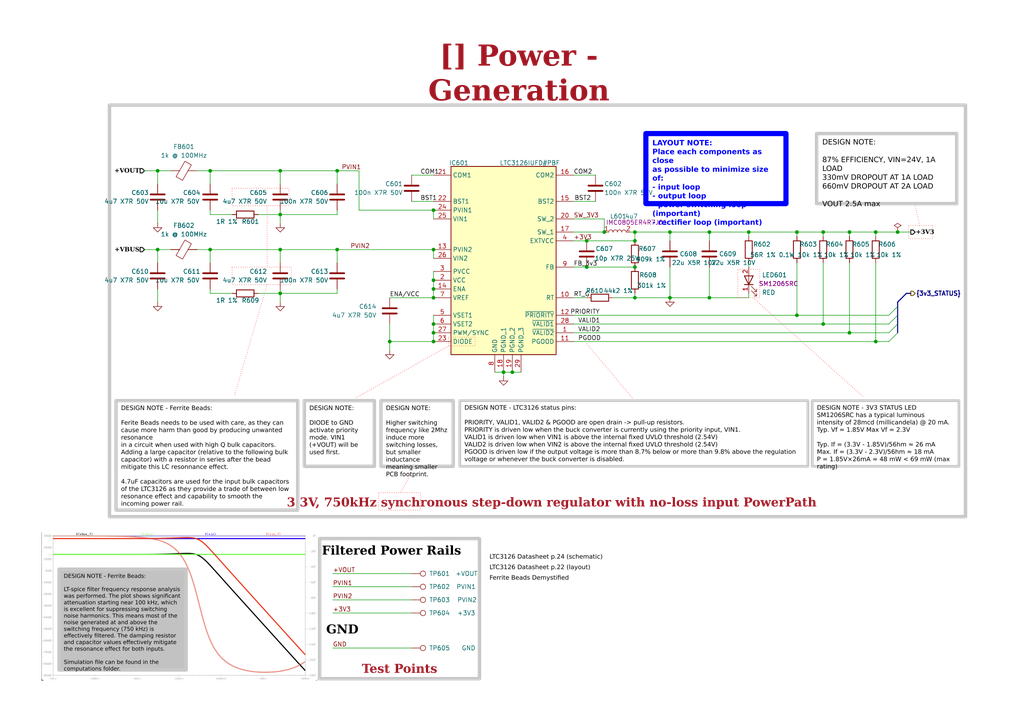
<source format=kicad_sch>
(kicad_sch (version 20250114) (generator "eeschema") (generator_version "9.0")
  (paper "A4")
  (title_block (title "Power - Generation") (date "Last Modified Date") (rev "${REVISION}") (company "${COMPANY}"))
  (lib_symbols
    (symbol "Charge_Manager_SYM:IMC0805ER4R7J01" (pin_names (hide yes))
      (property "Reference" "L" (at -0.508 6.858 0))
      (property "Value" "4u7" (at -1.27 5.08 0))
      (property "Manufacturer_Part_Number" "IMC0805ER4R7J01" (at -0.254 2.54 0))
      (symbol "IMC0805ER4R7J01_0_1"
        (arc (start -2.54 0) (mid -1.905 0.6323) (end -1.27 0))
        (arc (start -1.27 0) (mid -0.635 0.6323) (end 0 0))
        (arc (start 0 0) (mid 0.635 0.6323) (end 1.27 0))
        (arc (start 1.27 0) (mid 1.905 0.6323) (end 2.54 0))
      )
      (symbol "IMC0805ER4R7J01_1_1"
        (pin passive line (at -3.81 0 0) (length 1.27) (name "1") (number "1"))
        (pin passive line (at 3.81 0 180) (length 1.27) (name "2") (number "2"))
      )
    )
    (symbol "Charge_Manager_SYM:SM1206SRC" (pin_names (hide yes))
      (property "Reference" "LED601" (at 8.89 -3.81 90))
      (property "Value" "SM1206SRC" (at 6.35 -3.81 90))
      (symbol "SM1206SRC_0_1"
        (polyline (pts (xy -1.778 -0.762) (xy -3.302 -2.286) (xy -2.54 -2.286) (xy -3.302 -2.286) (xy -3.302 -1.524)))
        (polyline (pts (xy -0.508 -0.762) (xy -2.032 -2.286) (xy -1.27 -2.286) (xy -2.032 -2.286) (xy -2.032 -1.524)))
        (polyline (pts (xy 0 0) (xy 2.54 0)))
        (polyline (pts (xy 0 -1.27) (xy 0 1.27)) (stroke (width 0.254)))
        (polyline (pts (xy 2.54 -1.27) (xy 2.54 1.27) (xy 0 0) (xy 2.54 -1.27)) (stroke (width 0.254)))
      )
      (symbol "SM1206SRC_1_1"
        (pin passive line (at -2.54 0 0) (length 2.54) (name "K") (number "1"))
        (pin passive line (at 5.08 0 180) (length 2.54) (name "A") (number "2"))
      )
    )
    (symbol "Connector:TestPoint" (pin_numbers (hide yes)) (pin_names (offset 0.762) (hide yes))
      (property "Reference" "TP" (at 0 6.858 0))
      (property "Value" "TestPoint" (at 0 5.08 0))
      (symbol "TestPoint_0_1"
        (circle (center 0 3.302) (radius 0.762))
      )
      (symbol "TestPoint_1_1"
        (pin passive line (at 0 0 90) (length 2.54) (name "1") (number "1"))
      )
    )
    (symbol "Device:C" (pin_numbers (hide yes)) (pin_names (offset 0.254))
      (property "Reference" "C" (at 0.635 2.54 0))
      (property "Value" "C" (at 0.635 -2.54 0))
      (symbol "C_0_1"
        (polyline (pts (xy -2.032 0.762) (xy 2.032 0.762)) (stroke (width 0.508)))
        (polyline (pts (xy -2.032 -0.762) (xy 2.032 -0.762)) (stroke (width 0.508)))
      )
      (symbol "C_1_1"
        (pin passive line (at 0 3.81 270) (length 2.794) (name "~") (number "1"))
        (pin passive line (at 0 -3.81 90) (length 2.794) (name "~") (number "2"))
      )
    )
    (symbol "Device:FerriteBead" (pin_numbers (hide yes)) (pin_names (offset 0))
      (property "Reference" "FB" (at -3.81 0.635 90))
      (property "Value" "FerriteBead" (at 3.81 0 90))
      (symbol "FerriteBead_0_1"
        (polyline (pts (xy -2.7686 0.4064) (xy -1.7018 2.2606) (xy 2.7686 -0.3048) (xy 1.6764 -2.159) (xy -2.7686 0.4064)))
        (polyline (pts (xy 0 1.27) (xy 0 1.2954)))
        (polyline (pts (xy 0 -1.27) (xy 0 -1.2192)))
      )
      (symbol "FerriteBead_1_1"
        (pin passive line (at 0 3.81 270) (length 2.54) (name "~") (number "1"))
        (pin passive line (at 0 -3.81 90) (length 2.54) (name "~") (number "2"))
      )
    )
    (symbol "Device:R" (pin_numbers (hide yes)) (pin_names (offset 0))
      (property "Reference" "R" (at 2.032 0 90))
      (property "Value" "R" (at 0 0 90))
      (symbol "R_0_1"
        (rectangle (start -1.016 -2.54) (end 1.016 2.54) (stroke (width 0.254)))
      )
      (symbol "R_1_1"
        (pin passive line (at 0 3.81 270) (length 1.27) (name "~") (number "1"))
        (pin passive line (at 0 -3.81 90) (length 1.27) (name "~") (number "2"))
      )
    )
    (symbol "LTC3126EFE#TRPBF:LTC3126EFE#TRPBF"
      (property "Reference" "IC601" (at 7.366 9.906 0))
      (property "Value" "LTC3126IUFD#PBF" (at 27.94 9.906 0))
      (symbol "LTC3126EFE#TRPBF_1_1"
        (rectangle (start 5.08 8.89) (end 35.56 -45.72) (stroke (width 0.254)) (fill (type background)))
        (pin passive line (at 0 6.35 0) (length 5.08) (name "COM1") (number "21"))
        (pin passive line (at 0 -1.27 0) (length 5.08) (name "BST1") (number "22"))
        (pin passive line (at 0 -3.81 0) (length 5.08) (name "PVIN1") (number "24"))
        (pin passive line (at 0 -6.35 0) (length 5.08) (name "VIN1") (number "25"))
        (pin passive line (at 0 -15.24 0) (length 5.08) (name "PVIN2") (number "13"))
        (pin passive line (at 0 -17.78 0) (length 5.08) (name "VIN2") (number "26"))
        (pin passive line (at 0 -21.59 0) (length 5.08) (name "PVCC") (number "3"))
        (pin passive line (at 0 -24.13 0) (length 5.08) (name "VCC") (number "2"))
        (pin passive line (at 0 -26.67 0) (length 5.08) (name "ENA") (number "14"))
        (pin passive line (at 0 -29.21 0) (length 5.08) (name "VREF") (number "7"))
        (pin passive line (at 0 -34.29 0) (length 5.08) (name "VSET1") (number "5"))
        (pin passive line (at 0 -36.83 0) (length 5.08) (name "VSET2") (number "6"))
        (pin passive line (at 0 -39.37 0) (length 5.08) (name "PWM/SYNC") (number "27"))
        (pin passive line (at 0 -41.91 0) (length 5.08) (name "DIODE") (number "23"))
        (pin passive line (at 17.78 -50.8 90) (length 5.08) (name "GND") (number "8"))
        (pin passive line (at 20.32 -50.8 90) (length 5.08) (name "PGND_1") (number "18"))
        (pin passive line (at 22.86 -50.8 90) (length 5.08) (name "PGND_2") (number "19"))
        (pin passive line (at 25.4 -50.8 90) (length 5.08) (name "PGND_3") (number "29"))
        (pin passive line (at 40.64 6.35 180) (length 5.08) (name "COM2") (number "16"))
        (pin passive line (at 40.64 -1.27 180) (length 5.08) (name "BST2") (number "15"))
        (pin passive line (at 40.64 -6.35 180) (length 5.08) (name "SW_2") (number "20"))
        (pin passive line (at 40.64 -10.16 180) (length 5.08) (name "SW_1") (number "17"))
        (pin passive line (at 40.64 -12.7 180) (length 5.08) (name "EXTVCC") (number "4"))
        (pin passive line (at 40.64 -20.32 180) (length 5.08) (name "FB") (number "9"))
        (pin passive line (at 40.64 -29.21 180) (length 5.08) (name "RT") (number "10"))
        (pin passive line (at 40.64 -34.29 180) (length 5.08) (name "~{PRIORITY}") (number "12"))
        (pin passive line (at 40.64 -36.83 180) (length 5.08) (name "~{VALID1}") (number "28"))
        (pin passive line (at 40.64 -39.37 180) (length 5.08) (name "~{VALID2}") (number "1"))
        (pin passive line (at 40.64 -41.91 180) (length 5.08) (name "PGOOD") (number "11"))
      )
    )
    (symbol "power:GND" (power) (pin_numbers (hide yes)) (pin_names (offset 0) (hide yes))
      (property "Value" "GND" (at 0 -3.81 0))
      (symbol "GND_0_1"
        (polyline (pts (xy 0 0) (xy 0 -1.27) (xy 1.27 -1.27) (xy 0 -2.54) (xy -1.27 -1.27) (xy 0 -1.27)))
      )
      (symbol "GND_1_1"
        (pin power_in line (at 0 0 270) (length 0) (name "~") (number "1"))
      )
    )
    (symbol "power:PWR_FLAG" (power) (pin_numbers (hide yes)) (pin_names (offset 0) (hide yes))
      (property "Value" "PWR_FLAG" (at 0 3.81 0))
      (symbol "PWR_FLAG_0_0"
        (pin power_out line (at 0 0 90) (length 0) (name "~") (number "1"))
      )
      (symbol "PWR_FLAG_0_1"
        (polyline (pts (xy 0 0) (xy 0 1.27) (xy -1.016 1.905) (xy 0 2.54) (xy 1.016 1.905) (xy 0 1.27)))
      )
    )
  )
  (rectangle (start 67.31 77.47) (end 84.455 82.55) (stroke (width 0) (type dot) (color 255 0 0 1)))
  (rectangle (start 67.31 54.61) (end 83.82 59.69) (stroke (width 0) (type dot) (color 255 0 0 1)))
  (rectangle (start 263.525 65.405) (end 270.51 69.215) (stroke (width 0) (type dot) (color 255 0 0 1)))
  (rectangle (start 213.995 78.105) (end 220.345 86.36) (stroke (width 0) (type dot) (color 255 0 0 1)))
  (rectangle (start 92.71 156.21) (end 139.065 196.85) (stroke (width 1) (color 200 200 200 1)))
  (rectangle (start 130.175 97.79) (end 137.795 100.33) (stroke (width 0) (type dot) (color 255 0 0 1)))
  (rectangle (start 31.75 30.48) (end 280.035 149.86) (stroke (width 1) (color 200 200 200 1)))
  (rectangle (start 109.855 142.875) (end 121.92 147.955) (stroke (width 0) (type dot) (color 255 0 0 1)))
  (text "LTC3126 Datasheet p.22 (layout)" (at 141.986 165.862 0) (effects (font (size 1.27 1.27)) (justify left bottom)))
  (text "LTC3126 Datasheet p.24 (schematic)" (at 141.986 162.814 0) (effects (font (size 1.27 1.27)) (justify left bottom)))
  (text "Ferrite Beads Demystified" (at 141.986 168.91 0) (effects (font (size 1.27 1.27)) (justify left bottom)))
  (text_box "DESIGN NOTE:\n\nHigher switching frequency like 2Mhz induce more switching losses, but smaller inductance meaning smaller PCB footprint." (at 110.49 116.205 0) (size 20.955 19.05) (margins 1.4525 1.4525 1.4525 1.4525) (stroke (width 1) (color 200 200 200 1)) (effects (font (size 1.27 1.27)) (justify left top)))
  (text_box "Test Points" (at 92.075 187.96 0) (size 47.625 9.525) (margins 1.9049 1.9049 1.9049 1.9049) (stroke (width -0.0001)) (effects (font (size 2.54 2.54) (thickness 0.508) (bold yes)) (justify bottom)))
  (text_box "LAYOUT NOTE:\nPlace each components as close \nas possible to minimize size of: \n- input loop\n- output loop\n- power switching loop (important)\n- rectifier loop (important)" (at 187.325 38.735 0) (size 40.64 20.32) (margins 1.893 1.893 1.893 1.893) (stroke (width 1.5) (color 0 0 255 1)) (effects (font (size 1.524 1.524) (thickness 0.4) (bold yes)) (justify left top)))
  (text_box "GND" (at 92.71 177.8 0) (size 64.77 8.255) (margins 1.9049 1.9049 1.9049 1.9049) (stroke (width -0.0001)) (effects (font (size 2.54 2.54) (thickness 0.508) (bold yes)) (justify left bottom)))
  (text_box "Filtered Power Rails" (at 91.44 153.67 0) (size 64.77 9.525) (margins 1.9049 1.9049 1.9049 1.9049) (stroke (width -0.0001)) (effects (font (size 2.54 2.54) (thickness 0.508) (bold yes)) (justify left bottom)))
  (text_box "DESIGN NOTE - 3V3 STATUS LED\nSM1206SRC has a typical luminous \nintensity of 28mcd (millicandela) @ 20 mA.\nTyp. Vf = 1.85V Max Vf = 2.3V\n\nTyp. If = (3.3V - 1.85V)/56hm ≈ 26 mA\nMax. If = (3.3V - 2.3V)/56hm ≈ 18 mA\nP = 1.85V×26mA ≈ 48 mW < 69 mW (max rating)" (at 235.585 116.205 0) (size 42.545 19.05) (margins 1.3525 1.3525 1.3525 1.3525) (stroke (width 0.8) (color 200 200 200 1)) (effects (font (size 1.27 1.27)) (justify left top)))
  (text_box "[${#}] ${TITLE}" (at 100.965 15.24 0) (size 99.06 12.7) (margins 4.4999 4.4999 4.4999 4.4999) (stroke (width -0.0001)) (effects (font (size 6 6) (thickness 1.2) (bold yes))))
  (text_box "DESIGN NOTE - LTC3126 status pins:\n\nPRIORITY, VALID1, VALID2 & PGOOD are open drain -> pull-up resistors.\nPRIORITY is driven low when the buck converter is currently using the priority input, VIN1.\nVALID1 is driven low when VIN1 is above the internal fixed UVLO threshold (2.54V)\nVALID2 is driven low when VIN2 is above the internal fixed UVLO threshold (2.54V)\nPGOOD is driven low if the output voltage is more than 8.7% below or more than 9.8% above the regulation voltage or whenever the buck converter is disabled." (at 133.35 116.205 0) (size 100.965 19.05) (margins 1.3462 1.3462 1.3462 1.3462) (stroke (width 0.7874) (color 200 200 200 1)) (effects (font (size 1.27 1.27)) (justify left top)))
  (text_box "DESIGN NOTE:\n\nDIODE to GND activate priority mode. VIN1 (+VOUT) will be used first." (at 88.265 116.205 0) (size 20.32 19.05) (margins 1.4525 1.4525 1.4525 1.4525) (stroke (width 1) (color 200 200 200 1)) (effects (font (size 1.27 1.27)) (justify left top)))
  (text_box "3.3V, 750kHz synchronous step-down regulator with no-loss input PowerPath" (at 40.005 141.605 0) (size 240.03 7.62) (margins 1.9049 1.9049 1.9049 1.9049) (stroke (width -0.0001)) (effects (font (size 2.54 2.54) (thickness 0.508) (bold yes)) (justify bottom)))
  (text_box "DESIGN NOTE - Ferrite Beads: \n\nFerite Beads needs to be used with care, as they can cause more harm than good by producing unwanted resonance\nin a circuit when used with high Q bulk capacitors. Adding a large capacitor (relative to the following bulk capacitor) with a resistor in series after the bead mitigate this LC resonnance effect. \n\n4.7uF capacitors are used for the input bulk capacitors of the LTC3126 as they provide a trade of between low resonance effect and capability to smooth the incoming power rail." (at 33.655 116.205 0) (size 52.705 31.75) (margins 1.4525 1.4525 1.4525 1.4525) (stroke (width 1) (color 200 200 200 1)) (effects (font (size 1.27 1.27)) (justify left top)))
  (text_box "DESIGN NOTE:\n\n87% EFFICIENCY, VIN=24V, 1A LOAD\n330mV DROPOUT AT 1A LOAD\n660mV DROPOUT AT 2A LOAD\n\nVOUT 2.5A max" (at 236.855 38.735 0) (size 40.64 20.32) (margins 1.643 1.643 1.643 1.643) (stroke (width 1) (color 200 200 200 1)) (effects (font (size 1.524 1.524)) (justify left top)))
  (text_box "DESIGN NOTE - Ferrite Beads: \n\nLT-spice filter frequency response analysis was performed. The plot shows significant attenuation starting near 100 kHz, which is excellent for suppressing switching noise harmonics. This means most of the noise generated at and above the switching frequency (750 kHz) is effectively filtered. The damping resistor and capacitor values effectively mitigate the resonance effect for both inputs.\n\nSimulation file can be found in the computations folder." (at 17.145 165.1 0) (size 36.83 29.21) (margins 1.3573 1.3573 1.3573 1.3573) (stroke (width 1) (color 200 200 200 1)) (fill (type color) (color 194 194 194 1)) (effects (font (size 1.143 1.143)) (justify left top)))
  (junction (at 194.31 67.31))
  (junction (at 184.15 67.31))
  (junction (at 254 99.06))
  (junction (at 113.03 99.06))
  (junction (at 60.96 72.39))
  (junction (at 81.28 49.53))
  (junction (at 125.73 83.82))
  (junction (at 231.14 67.31))
  (junction (at 175.26 67.31))
  (junction (at 81.28 72.39))
  (junction (at 125.73 86.36))
  (junction (at 231.14 91.44))
  (junction (at 170.18 77.47))
  (junction (at 184.15 86.36))
  (junction (at 125.73 96.52))
  (junction (at 97.79 49.53))
  (junction (at 254 67.31))
  (junction (at 125.73 81.28))
  (junction (at 217.17 67.31))
  (junction (at 205.74 86.36))
  (junction (at 246.38 96.52))
  (junction (at 81.28 85.09))
  (junction (at 260.35 67.31))
  (junction (at 60.96 49.53))
  (junction (at 148.59 107.95))
  (junction (at 184.15 69.85))
  (junction (at 146.05 107.95))
  (junction (at 170.18 69.85))
  (junction (at 97.79 72.39))
  (junction (at 184.15 77.47))
  (junction (at 125.73 99.06))
  (junction (at 205.74 67.31))
  (junction (at 125.73 60.96))
  (junction (at 238.76 93.98))
  (junction (at 45.72 72.39))
  (junction (at 81.28 62.23))
  (junction (at 194.31 86.36))
  (junction (at 246.38 67.31))
  (junction (at 238.76 67.31))
  (junction (at 125.73 72.39))
  (junction (at 125.73 93.98))
  (junction (at 45.72 49.53))
  (bus_entry (at 260.35 91.44) (size -2.54 2.54))
  (bus_entry (at 260.35 93.98) (size -2.54 2.54))
  (bus_entry (at 260.35 96.52) (size -2.54 2.54))
  (bus_entry (at 260.35 88.9) (size -2.54 2.54))
  (wire (pts (xy 184.15 67.31) (xy 184.15 69.85)))
  (wire (pts (xy 60.96 60.96) (xy 60.96 62.23)))
  (wire (pts (xy 97.79 49.53) (xy 104.14 49.53)))
  (wire (pts (xy 246.38 96.52) (xy 257.81 96.52)))
  (wire (pts (xy 45.72 60.96) (xy 45.72 64.77)))
  (wire (pts (xy 217.17 68.58) (xy 217.17 67.31)))
  (wire (pts (xy 81.28 83.82) (xy 81.28 85.09)))
  (wire (pts (xy 97.79 72.39) (xy 97.79 76.2)))
  (wire (pts (xy 166.37 58.42) (xy 172.72 58.42)))
  (wire (pts (xy 146.05 107.95) (xy 146.05 109.22)))
  (wire (pts (xy 96.52 173.99) (xy 119.38 173.99)))
  (wire (pts (xy 146.05 107.95) (xy 148.59 107.95)))
  (wire (pts (xy 217.17 85.09) (xy 217.17 86.36)))
  (wire (pts (xy 97.79 49.53) (xy 97.79 53.34)))
  (wire (pts (xy 60.96 85.09) (xy 67.31 85.09)))
  (wire (pts (xy 217.17 67.31) (xy 231.14 67.31)))
  (wire (pts (xy 166.37 63.5) (xy 175.26 63.5)))
  (wire (pts (xy 119.38 58.42) (xy 125.73 58.42)))
  (wire (pts (xy 231.14 91.44) (xy 257.81 91.44)))
  (wire (pts (xy 172.72 50.8) (xy 166.37 50.8)))
  (wire (pts (xy 96.52 170.18) (xy 119.38 170.18)))
  (wire (pts (xy 125.73 78.74) (xy 125.73 81.28)))
  (wire (pts (xy 125.73 60.96) (xy 125.73 63.5)))
  (wire (pts (xy 166.37 91.44) (xy 231.14 91.44)))
  (polyline (pts (xy 130.175 100.33) (xy 102.87 115.57)) (stroke (width 0) (type dot) (color 255 0 0 1)))
  (wire (pts (xy 246.38 67.31) (xy 254 67.31)))
  (wire (pts (xy 81.28 76.2) (xy 81.28 72.39)))
  (bus (pts (xy 262.89 85.09) (xy 264.16 85.09)))
  (wire (pts (xy 81.28 62.23) (xy 97.79 62.23)))
  (wire (pts (xy 104.14 60.96) (xy 125.73 60.96)))
  (wire (pts (xy 184.15 85.09) (xy 184.15 86.36)))
  (wire (pts (xy 205.74 77.47) (xy 205.74 86.36)))
  (wire (pts (xy 41.91 72.39) (xy 45.72 72.39)))
  (wire (pts (xy 96.52 187.96) (xy 119.38 187.96)))
  (wire (pts (xy 254 67.31) (xy 254 68.58)))
  (polyline (pts (xy 77.47 59.69) (xy 77.47 77.47)) (stroke (width 0) (type dot) (color 255 0 0 1)))
  (wire (pts (xy 238.76 68.58) (xy 238.76 67.31)))
  (wire (pts (xy 231.14 76.2) (xy 231.14 91.44)))
  (wire (pts (xy 246.38 76.2) (xy 246.38 96.52)))
  (wire (pts (xy 45.72 49.53) (xy 49.53 49.53)))
  (wire (pts (xy 125.73 83.82) (xy 125.73 86.36)))
  (wire (pts (xy 254 99.06) (xy 257.81 99.06)))
  (wire (pts (xy 125.73 91.44) (xy 125.73 93.98)))
  (wire (pts (xy 184.15 67.31) (xy 194.31 67.31)))
  (wire (pts (xy 170.18 77.47) (xy 184.15 77.47)))
  (wire (pts (xy 182.88 67.31) (xy 184.15 67.31)))
  (wire (pts (xy 45.72 49.53) (xy 45.72 53.34)))
  (wire (pts (xy 96.52 177.8) (xy 119.38 177.8)))
  (wire (pts (xy 119.38 50.8) (xy 125.73 50.8)))
  (wire (pts (xy 74.93 85.09) (xy 81.28 85.09)))
  (wire (pts (xy 205.74 67.31) (xy 205.74 69.85)))
  (wire (pts (xy 125.73 81.28) (xy 125.73 83.82)))
  (wire (pts (xy 45.72 72.39) (xy 45.72 76.2)))
  (wire (pts (xy 194.31 67.31) (xy 194.31 69.85)))
  (wire (pts (xy 166.37 99.06) (xy 254 99.06)))
  (wire (pts (xy 238.76 93.98) (xy 257.81 93.98)))
  (wire (pts (xy 170.18 86.36) (xy 166.37 86.36)))
  (wire (pts (xy 81.28 62.23) (xy 81.28 64.77)))
  (wire (pts (xy 260.35 67.31) (xy 264.16 67.31)))
  (wire (pts (xy 81.28 49.53) (xy 97.79 49.53)))
  (bus (pts (xy 260.35 88.9) (xy 260.35 87.63)))
  (wire (pts (xy 45.72 83.82) (xy 45.72 87.63)))
  (wire (pts (xy 60.96 72.39) (xy 81.28 72.39)))
  (polyline (pts (xy 120.015 135.89) (xy 116.205 142.875)) (stroke (width 0) (type dot) (color 255 0 0 1)))
  (wire (pts (xy 177.8 86.36) (xy 184.15 86.36)))
  (polyline (pts (xy 250.19 114.935) (xy 218.44 86.36)) (stroke (width 0) (type dot) (color 255 0 0 1)))
  (wire (pts (xy 96.52 166.37) (xy 119.38 166.37)))
  (bus (pts (xy 260.35 87.63) (xy 262.89 85.09)))
  (wire (pts (xy 81.28 85.09) (xy 81.28 87.63)))
  (bus (pts (xy 260.35 88.9) (xy 260.35 91.44)))
  (wire (pts (xy 148.59 107.95) (xy 151.13 107.95)))
  (wire (pts (xy 81.28 85.09) (xy 97.79 85.09)))
  (wire (pts (xy 170.18 69.85) (xy 184.15 69.85)))
  (wire (pts (xy 166.37 69.85) (xy 170.18 69.85)))
  (wire (pts (xy 166.37 77.47) (xy 170.18 77.47)))
  (wire (pts (xy 57.15 72.39) (xy 60.96 72.39)))
  (wire (pts (xy 194.31 67.31) (xy 205.74 67.31)))
  (polyline (pts (xy 170.18 99.695) (xy 183.515 115.57)) (stroke (width 0) (type dot) (color 255 0 0 1)))
  (wire (pts (xy 104.14 49.53) (xy 104.14 60.96)))
  (wire (pts (xy 166.37 96.52) (xy 246.38 96.52)))
  (wire (pts (xy 238.76 67.31) (xy 246.38 67.31)))
  (wire (pts (xy 97.79 62.23) (xy 97.79 60.96)))
  (wire (pts (xy 143.51 107.95) (xy 146.05 107.95)))
  (wire (pts (xy 166.37 93.98) (xy 238.76 93.98)))
  (wire (pts (xy 205.74 86.36) (xy 217.17 86.36)))
  (wire (pts (xy 205.74 67.31) (xy 217.17 67.31)))
  (wire (pts (xy 60.96 62.23) (xy 67.31 62.23)))
  (wire (pts (xy 81.28 53.34) (xy 81.28 49.53)))
  (wire (pts (xy 57.15 49.53) (xy 60.96 49.53)))
  (wire (pts (xy 231.14 67.31) (xy 231.14 68.58)))
  (wire (pts (xy 231.14 67.31) (xy 238.76 67.31)))
  (wire (pts (xy 81.28 60.96) (xy 81.28 62.23)))
  (wire (pts (xy 60.96 49.53) (xy 81.28 49.53)))
  (wire (pts (xy 97.79 85.09) (xy 97.79 83.82)))
  (wire (pts (xy 125.73 96.52) (xy 125.73 99.06)))
  (wire (pts (xy 60.96 72.39) (xy 60.96 76.2)))
  (polyline (pts (xy 266.7 65.405) (xy 265.43 59.69)) (stroke (width 0) (type dot) (color 255 0 0 1)))
  (wire (pts (xy 113.03 101.6) (xy 113.03 99.06)))
  (wire (pts (xy 113.03 99.06) (xy 113.03 93.98)))
  (wire (pts (xy 184.15 86.36) (xy 194.31 86.36)))
  (wire (pts (xy 194.31 86.36) (xy 205.74 86.36)))
  (wire (pts (xy 60.96 49.53) (xy 60.96 53.34)))
  (wire (pts (xy 217.17 76.2) (xy 217.17 77.47)))
  (wire (pts (xy 125.73 93.98) (xy 125.73 96.52)))
  (wire (pts (xy 113.03 99.06) (xy 125.73 99.06)))
  (wire (pts (xy 74.93 62.23) (xy 81.28 62.23)))
  (wire (pts (xy 166.37 67.31) (xy 175.26 67.31)))
  (wire (pts (xy 254 76.2) (xy 254 99.06)))
  (wire (pts (xy 60.96 83.82) (xy 60.96 85.09)))
  (wire (pts (xy 238.76 76.2) (xy 238.76 93.98)))
  (bus (pts (xy 260.35 91.44) (xy 260.35 93.98)))
  (wire (pts (xy 41.91 49.53) (xy 45.72 49.53)))
  (bus (pts (xy 260.35 93.98) (xy 260.35 96.52)))
  (wire (pts (xy 125.73 72.39) (xy 125.73 74.93)))
  (wire (pts (xy 97.79 72.39) (xy 125.73 72.39)))
  (wire (pts (xy 175.26 63.5) (xy 175.26 67.31)))
  (wire (pts (xy 246.38 67.31) (xy 246.38 68.58)))
  (wire (pts (xy 81.28 72.39) (xy 97.79 72.39)))
  (wire (pts (xy 113.03 86.36) (xy 125.73 86.36)))
  (polyline (pts (xy 77.47 82.55) (xy 67.945 114.935)) (stroke (width 0) (type dot) (color 255 0 0 1)))
  (wire (pts (xy 194.31 86.36) (xy 194.31 77.47)))
  (wire (pts (xy 45.72 72.39) (xy 49.53 72.39)))
  (wire (pts (xy 254 67.31) (xy 260.35 67.31)))
  (image (at 52.07 175.895) (scale 0.180429))
  (label "SW_3V3" (at 166.37 63.5 0) (property "Netclass" "Power 3V3" (effects (hide yes))))
  (label "BST2" (at 171.45 58.42 180))
  (label "BST1" (at 121.92 58.42 0))
  (label "ENA{slash}VCC" (at 113.03 86.36 0))
  (label "VALID1" (at 167.64 93.98 0))
  (label "PVIN2" (at 96.52 173.99 0))
  (label "RT_G" (at 166.37 86.36 0))
  (label "COM2" (at 166.37 50.8 0))
  (label "VALID2" (at 167.64 96.52 0))
  (label "PVIN1" (at 99.06 49.53 0) (property "Netclass" "Power Out" (effects (hide yes))))
  (label "PRIORITY" (at 173.99 91.44 180))
  (label "PVIN1" (at 96.52 170.18 0))
  (label "PGOOD" (at 167.64 99.06 0))
  (label "COM1" (at 121.92 50.8 0))
  (label "FB_3v3" (at 166.37 77.47 0))
  (label "+3V3" (at 166.37 69.85 0) (property "Netclass" "Power 3V3" (effects (hide yes))))
  (label "GND" (at 96.52 187.96 0) (property "Netclass" "GND" (effects (hide yes))))
  (label "+3V3" (at 96.52 177.8 0))
  (label "PVIN2" (at 101.6 72.39 0) (property "Netclass" "Power USB" (effects (hide yes))))
  (label "+VOUT" (at 96.52 166.37 0))
  (hierarchical_label "{3v3_STATUS}" (shape output) (at 264.16 85.09 0) (effects (font (thickness 0.254) (bold yes))))
  (hierarchical_label "+3V3" (shape output) (at 264.16 67.31 0) (effects (font (thickness 0.254) (bold yes))) (property "Netclass" "Power 3V3" (effects (hide yes))))
  (hierarchical_label "+VBUS" (shape input) (at 41.91 72.39 180) (effects (font (thickness 0.254) (bold yes))) (property "Netclass" "Power USB" (effects (hide yes))))
  (hierarchical_label "+VOUT" (shape input) (at 41.91 49.53 180) (effects (font (thickness 0.254) (bold yes))) (property "Netclass" "Power Out" (effects (hide yes))))
  (symbol (lib_id "power:GND") (at 194.31 86.36 0) (unit 1)
    (property "Reference" "#PWR0603" (effects (hide yes)))
    (property "Value" "GND" (effects (hide yes)))
    (property "Description" "Power symbol creates a global label with name \"GND\" , ground" (effects (hide yes)))
  )
  (symbol (lib_id "Device:R") (at 184.15 81.28 0) (unit 1)
    (property "Reference" "R608" (at 187.96 79.756 0))
    (property "Value" "301k 1%" (at 188.976 82.804 0))
    (property "Footprint" "Resistor_SMD:R_0603_1608Metric" (effects (hide yes)))
    (property "Datasheet" "https://www.mouser.ch/datasheet/2/315/AOA0000C304-1149620.pdf" (effects (hide yes)))
    (property "Description" "Resistor" (effects (hide yes)))
    (property "Manufacturer Part Number" "ERJ-3EKF3013V" (effects (hide yes)))
    (property "Supplier" "Mouser Electronics" (effects (hide yes)))
    (property "Manufacturer" "Panasonic" (effects (hide yes)))
    (property "Supplier Part Number" "667-ERJ-3EKF3013V" (effects (hide yes)))
  )
  (symbol (lib_id "Device:C") (at 119.38 54.61 0) (mirror y) (unit 1)
    (property "Reference" "C601" (at 116.84 53.34 0) (effects (justify left)))
    (property "Value" "100n X7R 50V" (at 116.84 55.88 0) (effects (justify left)))
    (property "Footprint" "Capacitor_SMD:C_0402_1005Metric" (effects (hide yes)))
    (property "Datasheet" "https://www.mouser.ch/datasheet/2/396/taiyo_yuden_12132018_mlcc11_hq_e-1510082.pdf" (effects (hide yes)))
    (property "Description" "Unpolarized capacitor" (effects (hide yes)))
    (property "Manufacturer Part Number" "UMK105B7104KVHF" (effects (hide yes)))
    (property "Supplier" "Mouser Electronics" (effects (hide yes)))
    (property "Manufacturer" "TAIYO YUDEN" (effects (hide yes)))
    (property "Supplier Part Number" "963-UMK105B7104KVHF" (effects (hide yes)))
  )
  (symbol (lib_id "Device:R") (at 238.76 72.39 0) (unit 1)
    (property "Reference" "R604" (at 242.062 70.866 0))
    (property "Value" "10k 1%" (at 242.57 73.914 0))
    (property "Footprint" "Resistor_SMD:R_0402_1005Metric" (effects (hide yes)))
    (property "Datasheet" "https://www.koaspeer.com/pdfs/SG73P.pdf" (effects (hide yes)))
    (property "Description" "Resistor" (effects (hide yes)))
    (property "Manufacturer Part Number" "SG73P1EWTTP1002F" (effects (hide yes)))
    (property "Supplier" "Mouser Electronics" (effects (hide yes)))
    (property "Manufacturer" "KOA Speer" (effects (hide yes)))
    (property "Supplier Part Number" "660-SG73P1EWTTP1002F" (effects (hide yes)))
  )
  (symbol (lib_id "Device:C") (at 170.18 73.66 0) (mirror x) (unit 1)
    (property "Reference" "C607" (at 172.72 72.136 0) (effects (justify left)))
    (property "Value" "10p X7R 25V" (at 172.466 74.93 0) (effects (justify left)))
    (property "Footprint" "Capacitor_SMD:C_0402_1005Metric" (effects (hide yes)))
    (property "Datasheet" "https://www.mouser.ch/datasheet/2/40/U_Series-2942365.pdf" (effects (hide yes)))
    (property "Description" "Unpolarized capacitor" (effects (hide yes)))
    (property "Manufacturer Part Number" "04025U100BAT2A" (effects (hide yes)))
    (property "Supplier" "Mouser Electronics" (effects (hide yes)))
    (property "Manufacturer" "KYOCERA AVX" (effects (hide yes)))
    (property "Supplier Part Number" "581-04025U100BAT2A" (effects (hide yes)))
  )
  (symbol (lib_id "power:GND") (at 146.05 109.22 0) (unit 1)
    (property "Reference" "#PWR0607" (effects (hide yes)))
    (property "Value" "GND" (effects (hide yes)))
    (property "Description" "Power symbol creates a global label with name \"GND\" , ground" (effects (hide yes)))
  )
  (symbol (lib_id "power:GND") (at 45.72 64.77 0) (unit 1)
    (property "Reference" "#PWR0601" (effects (hide yes)))
    (property "Value" "GND" (effects (hide yes)))
    (property "Description" "Power symbol creates a global label with name \"GND\" , ground" (effects (hide yes)))
  )
  (symbol (lib_id "Device:R") (at 71.12 62.23 270) (unit 1)
    (property "Reference" "R601" (at 72.644 64.262 90))
    (property "Value" "1R 1%" (at 65.786 64.262 90))
    (property "Footprint" "Resistor_SMD:R_0402_1005Metric" (effects (hide yes)))
    (property "Datasheet" "https://www.koaspeer.com/pdfs/RK73H.pdf" (effects (hide yes)))
    (property "Description" "Resistor" (effects (hide yes)))
    (property "Manufacturer Part Number" "RK73H1ETTP1R00F" (effects (hide yes)))
    (property "Supplier" "Mouser Electronics" (effects (hide yes)))
    (property "Manufacturer" "KOA Speer" (effects (hide yes)))
    (property "Supplier Part Number" "660-RK73H1ETTP1R00F" (effects (hide yes)))
  )
  (symbol (lib_id "Device:FerriteBead") (at 53.34 72.39 90) (unit 1)
    (property "Reference" "FB602" (at 53.34 65.405 90))
    (property "Value" "1k @ 100MHz" (at 53.34 67.945 90))
    (property "Footprint" "Charge_Manager_FP:742792096" (effects (hide yes)))
    (property "Datasheet" "https://www.we-online.com/katalog/datasheet/742792096.pdf" (effects (hide yes)))
    (property "Description" "1 kOhms @ 100 MHz 1 Signal Line Ferrite Bead 0805 (2012 Metric) 1A 300mOhm" (effects (hide yes)))
    (property "Manufacturer Part Number" "742792096" (effects (hide yes)))
    (property "Manufacturer" "Würth Elektronik" (effects (hide yes)))
    (property "Supplier" "Mouser Electronics" (effects (hide yes)))
    (property "Supplier Part Number" "710-742792096" (effects (hide yes)))
  )
  (symbol (lib_id "power:GND") (at 81.28 87.63 0) (unit 1)
    (property "Reference" "#PWR0605" (effects (hide yes)))
    (property "Value" "GND" (effects (hide yes)))
    (property "Description" "Power symbol creates a global label with name \"GND\" , ground" (effects (hide yes)))
  )
  (symbol (lib_id "LTC3126EFE#TRPBF:LTC3126EFE#TRPBF") (at 125.73 57.15 0) (unit 1)
    (property "Reference" "IC601" (at 133.096 47.244 0))
    (property "Value" "LTC3126IUFD#PBF" (at 153.67 47.244 0))
    (property "Footprint" "Charge_Manager_FP:LTC3126EUFD" (effects (hide yes)))
    (property "Datasheet" "https://www.mouser.fr/datasheet/2/609/3126f-2954520.pdf" (effects (hide yes)))
    (property "Description" "Switching Voltage Regulators 42V, 2.5A Synchronous Step-Down Regulator with Lossless PowerPath" (effects (hide yes)))
    (property "Manufacturer Part Number" "LTC3126IUFD#PBF" (effects (hide yes)))
    (property "Manufacturer" "Analog Devices" (effects (hide yes)))
    (property "Supplier Part Number" "584-LTC3126IUFD#PBF" (effects (hide yes)))
    (property "Supplier" "Mouser Electronics" (effects (hide yes)))
  )
  (symbol (lib_id "Device:R") (at 217.17 72.39 0) (unit 1)
    (property "Reference" "R602" (at 220.98 70.866 0))
    (property "Value" "56R 1% 0.1W" (at 224.028 73.914 0))
    (property "Footprint" "Resistor_SMD:R_0402_1005Metric" (effects (hide yes)))
    (property "Datasheet" "https://industrial.panasonic.com/cdbs/www-data/pdf/RDA0000/AOA0000C304.pdf" (effects (hide yes)))
    (property "Description" "Resistor" (effects (hide yes)))
    (property "Manufacturer Part Number" "ERJ-2RKF56R0X" (effects (hide yes)))
    (property "Supplier" "Mouser Electronics" (effects (hide yes)))
    (property "Manufacturer" "Panasonic" (effects (hide yes)))
    (property "Supplier Part Number" "667-ERJ-2RKF56R0X" (effects (hide yes)))
  )
  (symbol (lib_id "Device:C") (at 194.31 73.66 0) (mirror x) (unit 1)
    (property "Reference" "C608" (at 197.104 73.66 0) (effects (justify left)))
    (property "Value" "22u X5R 10V" (at 194.818 76.2 0) (effects (justify left)))
    (property "Footprint" "Capacitor_SMD:C_0603_1608Metric" (effects (hide yes)))
    (property "Datasheet" "https://www.mouser.ch/datasheet/2/281/1/GRT188R61A226ME13_01A-3158190.pdf" (effects (hide yes)))
    (property "Description" "Unpolarized capacitor" (effects (hide yes)))
    (property "Manufacturer Part Number" "GRT188R61A226ME13D" (effects (hide yes)))
    (property "Supplier" "Mouser Electronics" (effects (hide yes)))
    (property "Manufacturer" "Murata Electronics" (effects (hide yes)))
    (property "Supplier Part Number" "81-GRT188R61A226ME13" (effects (hide yes)))
  )
  (symbol (lib_id "Connector:TestPoint") (at 119.38 187.96 270) (mirror x) (unit 1) (in_bom no)
    (property "Reference" "TP605" (at 124.46 187.96 90) (effects (justify left)))
    (property "Value" "GND" (at 133.858 187.96 90) (effects (justify left)))
    (property "Footprint" "Charge_Manager_FP:TestPoint_Pad_D0.5mm_Front" (effects (hide yes)))
    (property "Description" "test point" (effects (hide yes)))
  )
  (symbol (lib_id "Device:C") (at 172.72 54.61 0) (unit 1)
    (property "Reference" "C602" (at 175.26 53.34 0) (effects (justify left)))
    (property "Value" "100n X7R 50V" (at 175.26 55.88 0) (effects (justify left)))
    (property "Footprint" "Capacitor_SMD:C_0402_1005Metric" (effects (hide yes)))
    (property "Datasheet" "https://www.mouser.ch/datasheet/2/396/taiyo_yuden_12132018_mlcc11_hq_e-1510082.pdf" (effects (hide yes)))
    (property "Description" "Unpolarized capacitor" (effects (hide yes)))
    (property "Manufacturer Part Number" "UMK105B7104KVHF" (effects (hide yes)))
    (property "Supplier" "Mouser Electronics" (effects (hide yes)))
    (property "Manufacturer" "TAIYO YUDEN" (effects (hide yes)))
    (property "Supplier Part Number" "963-UMK105B7104KVHF" (effects (hide yes)))
  )
  (symbol (lib_id "Device:R") (at 71.12 85.09 270) (unit 1)
    (property "Reference" "R609" (at 72.644 87.122 90))
    (property "Value" "1R 1%" (at 65.786 87.122 90))
    (property "Footprint" "Resistor_SMD:R_0402_1005Metric" (effects (hide yes)))
    (property "Datasheet" "https://www.koaspeer.com/pdfs/RK73H.pdf" (effects (hide yes)))
    (property "Description" "Resistor" (effects (hide yes)))
    (property "Manufacturer Part Number" "RK73H1ETTP1R00F" (effects (hide yes)))
    (property "Supplier" "Mouser Electronics" (effects (hide yes)))
    (property "Manufacturer" "KOA Speer" (effects (hide yes)))
    (property "Supplier Part Number" "660-RK73H1ETTP1R00F" (effects (hide yes)))
  )
  (symbol (lib_id "Device:C") (at 113.03 90.17 0) (mirror y) (unit 1)
    (property "Reference" "C614" (at 109.22 88.9 0) (effects (justify left)))
    (property "Value" "4u7 X7R 50V" (at 109.22 91.44 0) (effects (justify left)))
    (property "Footprint" "Capacitor_SMD:C_0805_2012Metric" (effects (hide yes)))
    (property "Datasheet" "https://product.tdk.com/system/files/dam/doc/product/capacitor/ceramic/mlcc/catalog/mlcc_automotive_general_en.pdf" (effects (hide yes)))
    (property "Description" "Unpolarized capacitor" (effects (hide yes)))
    (property "Manufacturer Part Number" "CGA4J1X7R1H475K125AC" (effects (hide yes)))
    (property "Supplier" "Mouser Electronics" (effects (hide yes)))
    (property "Manufacturer" "TDK" (effects (hide yes)))
    (property "Supplier Part Number" "810-CGA4J1X7R1H475K1" (effects (hide yes)))
  )
  (symbol (lib_id "Device:R") (at 231.14 72.39 0) (unit 1)
    (property "Reference" "R603" (at 234.442 70.866 0))
    (property "Value" "10k 1%" (at 234.95 73.914 0))
    (property "Footprint" "Resistor_SMD:R_0402_1005Metric" (effects (hide yes)))
    (property "Datasheet" "https://www.koaspeer.com/pdfs/SG73P.pdf" (effects (hide yes)))
    (property "Description" "Resistor" (effects (hide yes)))
    (property "Manufacturer Part Number" "SG73P1EWTTP1002F" (effects (hide yes)))
    (property "Supplier" "Mouser Electronics" (effects (hide yes)))
    (property "Manufacturer" "KOA Speer" (effects (hide yes)))
    (property "Supplier Part Number" "660-SG73P1EWTTP1002F" (effects (hide yes)))
  )
  (symbol (lib_id "Device:C") (at 81.28 80.01 0) (mirror y) (unit 1)
    (property "Reference" "C612" (at 77.47 78.74 0) (effects (justify left)))
    (property "Value" "4u7 X7R 50V" (at 77.47 81.28 0) (effects (justify left)))
    (property "Footprint" "Capacitor_SMD:C_0805_2012Metric" (effects (hide yes)))
    (property "Datasheet" "https://product.tdk.com/system/files/dam/doc/product/capacitor/ceramic/mlcc/catalog/mlcc_automotive_general_en.pdf" (effects (hide yes)))
    (property "Description" "Unpolarized capacitor" (effects (hide yes)))
    (property "Manufacturer Part Number" "CGA4J1X7R1H475K125AC" (effects (hide yes)))
    (property "Supplier" "Mouser Electronics" (effects (hide yes)))
    (property "Manufacturer" "TDK" (effects (hide yes)))
    (property "Supplier Part Number" "810-CGA4J1X7R1H475K1" (effects (hide yes)))
  )
  (symbol (lib_id "Connector:TestPoint") (at 119.38 177.8 270) (mirror x) (unit 1) (in_bom no)
    (property "Reference" "TP604" (at 124.46 177.8 90) (effects (justify left)))
    (property "Value" "+3V3" (at 132.588 177.8 90) (effects (justify left)))
    (property "Footprint" "Charge_Manager_FP:TestPoint_Pad_D0.5mm_Front" (effects (hide yes)))
    (property "Description" "test point" (effects (hide yes)))
  )
  (symbol (lib_id "Charge_Manager_SYM:IMC0805ER4R7J01") (at 179.07 67.31 0) (unit 1)
    (property "Reference" "L601" (at 179.324 62.738 0))
    (property "Value" "4u7" (at 183.134 62.738 0))
    (property "Footprint" "Inductor_SMD:L_0805_2012Metric" (effects (hide yes)))
    (property "Datasheet" "https://www.vishay.com/docs/34115/imc08051.pdf" (effects (hide yes)))
    (property "Description" "Fixed Inductors 4.7uH 5%" (effects (hide yes)))
    (property "Manufacturer Part Number" "IMC0805ER4R7J01" (at 184.658 64.516 0))
    (property "Manufacturer" "Vishay" (effects (hide yes)))
    (property "Supplier Part Number" "70-IMC0805ER4R7J01" (effects (hide yes)))
    (property "Supplier" "Mouser Electronics" (effects (hide yes)))
  )
  (symbol (lib_id "Charge_Manager_SYM:SM1206SRC") (at 217.17 82.55 90) (unit 1)
    (property "Reference" "LED601" (at 220.98 79.756 90) (effects (justify right)))
    (property "Value" "RED" (at 220.98 84.836 90) (effects (justify right)))
    (property "Footprint" "Charge_Manager_FP:BIVAR_LED_1206" (effects (hide yes)))
    (property "Datasheet" "https://www.bivar.com/parts_content/Datasheets/SM1206SRC.pdf" (effects (hide yes)))
    (property "Description" "Red 640nm LED Indication - Discrete 1.85V 1206 (3216 Metric)" (effects (hide yes)))
    (property "Manufacturer Part Number" "SM1206SRC" (at 225.806 82.296 90))
    (property "Manufacturer" "Bivar" (effects (hide yes)))
    (property "Supplier Part Number" "749-SM1206SRC" (effects (hide yes)))
    (property "Supplier" "Mouser Electronics" (effects (hide yes)))
  )
  (symbol (lib_id "Device:C") (at 81.28 57.15 0) (mirror y) (unit 1)
    (property "Reference" "C605" (at 77.47 55.88 0) (effects (justify left)))
    (property "Value" "4u7 X7R 50V" (at 77.47 58.42 0) (effects (justify left)))
    (property "Footprint" "Capacitor_SMD:C_0805_2012Metric" (effects (hide yes)))
    (property "Datasheet" "https://product.tdk.com/system/files/dam/doc/product/capacitor/ceramic/mlcc/catalog/mlcc_automotive_general_en.pdf" (effects (hide yes)))
    (property "Description" "Unpolarized capacitor" (effects (hide yes)))
    (property "Manufacturer Part Number" "CGA4J1X7R1H475K125AC" (effects (hide yes)))
    (property "Supplier" "Mouser Electronics" (effects (hide yes)))
    (property "Manufacturer" "TDK" (effects (hide yes)))
    (property "Supplier Part Number" "810-CGA4J1X7R1H475K1" (effects (hide yes)))
  )
  (symbol (lib_id "Device:C") (at 45.72 57.15 0) (mirror y) (unit 1)
    (property "Reference" "C603" (at 43.18 55.88 0) (effects (justify left)))
    (property "Value" "4u7 X7R 50V" (at 43.18 58.42 0) (effects (justify left)))
    (property "Footprint" "Capacitor_SMD:C_0805_2012Metric" (effects (hide yes)))
    (property "Datasheet" "https://product.tdk.com/system/files/dam/doc/product/capacitor/ceramic/mlcc/catalog/mlcc_automotive_general_en.pdf" (effects (hide yes)))
    (property "Description" "Unpolarized capacitor" (effects (hide yes)))
    (property "Manufacturer Part Number" "CGA4J1X7R1H475K125AC" (effects (hide yes)))
    (property "Supplier" "Mouser Electronics" (effects (hide yes)))
    (property "Manufacturer" "TDK" (effects (hide yes)))
    (property "Supplier Part Number" "810-CGA4J1X7R1H475K1" (effects (hide yes)))
  )
  (symbol (lib_id "Device:C") (at 205.74 73.66 0) (mirror x) (unit 1)
    (property "Reference" "C609" (at 208.534 73.66 0) (effects (justify left)))
    (property "Value" "22u X5R 10V" (at 206.248 76.2 0) (effects (justify left)))
    (property "Footprint" "Capacitor_SMD:C_0603_1608Metric" (effects (hide yes)))
    (property "Datasheet" "https://www.mouser.ch/datasheet/2/281/1/GRT188R61A226ME13_01A-3158190.pdf" (effects (hide yes)))
    (property "Description" "Unpolarized capacitor" (effects (hide yes)))
    (property "Manufacturer Part Number" "GRT188R61A226ME13D" (effects (hide yes)))
    (property "Supplier" "Mouser Electronics" (effects (hide yes)))
    (property "Manufacturer" "Murata Electronics" (effects (hide yes)))
    (property "Supplier Part Number" "81-GRT188R61A226ME13" (effects (hide yes)))
  )
  (symbol (lib_id "power:GND") (at 113.03 101.6 0) (unit 1)
    (property "Reference" "#PWR0606" (effects (hide yes)))
    (property "Value" "GND" (effects (hide yes)))
    (property "Description" "Power symbol creates a global label with name \"GND\" , ground" (effects (hide yes)))
  )
  (symbol (lib_id "Device:R") (at 184.15 73.66 0) (unit 1)
    (property "Reference" "R607" (at 187.706 72.136 0))
    (property "Value" "909k 1%" (at 188.722 75.184 0))
    (property "Footprint" "Resistor_SMD:R_0603_1608Metric" (effects (hide yes)))
    (property "Datasheet" "https://www.mouser.ch/datasheet/2/315/AOA0000C304-1149620.pdf" (effects (hide yes)))
    (property "Description" "Resistor" (effects (hide yes)))
    (property "Manufacturer Part Number" "ERJ-3EKF9093V" (effects (hide yes)))
    (property "Supplier" "Mouser Electronics" (effects (hide yes)))
    (property "Manufacturer" "Panasonic" (effects (hide yes)))
    (property "Supplier Part Number" "667-ERJ-3EKF9093V" (effects (hide yes)))
  )
  (symbol (lib_id "power:PWR_FLAG") (at 260.35 67.31 0) (unit 1)
    (property "Reference" "#FLG0601" (effects (hide yes)))
    (property "Value" "PWR_FLAG" (effects (hide yes)))
    (property "Description" "Special symbol for telling ERC where power comes from" (effects (hide yes)))
  )
  (symbol (lib_id "Connector:TestPoint") (at 119.38 173.99 270) (mirror x) (unit 1) (in_bom no)
    (property "Reference" "TP603" (at 124.46 173.99 90) (effects (justify left)))
    (property "Value" "PVIN2" (at 132.588 173.99 90) (effects (justify left)))
    (property "Footprint" "Charge_Manager_FP:TestPoint_Pad_D0.5mm_Front" (effects (hide yes)))
    (property "Description" "test point" (effects (hide yes)))
  )
  (symbol (lib_id "Connector:TestPoint") (at 119.38 166.37 270) (mirror x) (unit 1) (in_bom no)
    (property "Reference" "TP601" (at 124.46 166.37 90) (effects (justify left)))
    (property "Value" "+VOUT" (at 132.08 166.37 90) (effects (justify left)))
    (property "Footprint" "TestPoint:TestPoint_THTPad_D1.0mm_Drill0.5mm" (effects (hide yes)))
    (property "Description" "test point" (effects (hide yes)))
  )
  (symbol (lib_id "power:GND") (at 81.28 64.77 0) (unit 1)
    (property "Reference" "#PWR0602" (effects (hide yes)))
    (property "Value" "GND" (effects (hide yes)))
    (property "Description" "Power symbol creates a global label with name \"GND\" , ground" (effects (hide yes)))
  )
  (symbol (lib_id "Device:C") (at 97.79 80.01 0) (mirror y) (unit 1)
    (property "Reference" "C613" (at 95.25 78.74 0) (effects (justify left)))
    (property "Value" "100n X7R 50V" (at 95.25 81.28 0) (effects (justify left)))
    (property "Footprint" "Capacitor_SMD:C_0402_1005Metric" (effects (hide yes)))
    (property "Datasheet" "https://www.mouser.ch/datasheet/2/396/taiyo_yuden_12132018_mlcc11_hq_e-1510082.pdf" (effects (hide yes)))
    (property "Description" "Unpolarized capacitor" (effects (hide yes)))
    (property "Manufacturer Part Number" "UMK105B7104KVHF" (effects (hide yes)))
    (property "Supplier" "Mouser Electronics" (effects (hide yes)))
    (property "Manufacturer" "TAIYO YUDEN" (effects (hide yes)))
    (property "Supplier Part Number" "963-UMK105B7104KVHF" (effects (hide yes)))
  )
  (symbol (lib_id "Connector:TestPoint") (at 119.38 170.18 270) (mirror x) (unit 1) (in_bom no)
    (property "Reference" "TP602" (at 124.46 170.18 90) (effects (justify left)))
    (property "Value" "PVIN1" (at 132.334 170.18 90) (effects (justify left)))
    (property "Footprint" "Charge_Manager_FP:TestPoint_Pad_D0.5mm_Front" (effects (hide yes)))
    (property "Description" "test point" (effects (hide yes)))
  )
  (symbol (lib_id "Device:R") (at 246.38 72.39 0) (unit 1)
    (property "Reference" "R605" (at 249.682 70.866 0))
    (property "Value" "10k 1%" (at 250.19 73.914 0))
    (property "Footprint" "Resistor_SMD:R_0402_1005Metric" (effects (hide yes)))
    (property "Datasheet" "https://www.koaspeer.com/pdfs/SG73P.pdf" (effects (hide yes)))
    (property "Description" "Resistor" (effects (hide yes)))
    (property "Manufacturer Part Number" "SG73P1EWTTP1002F" (effects (hide yes)))
    (property "Supplier" "Mouser Electronics" (effects (hide yes)))
    (property "Manufacturer" "KOA Speer" (effects (hide yes)))
    (property "Supplier Part Number" "660-SG73P1EWTTP1002F" (effects (hide yes)))
  )
  (symbol (lib_id "Device:C") (at 60.96 57.15 0) (mirror y) (unit 1)
    (property "Reference" "C604" (at 58.166 55.88 0) (effects (justify left)))
    (property "Value" "10u X7R 50V" (at 57.912 58.42 0) (effects (justify left)))
    (property "Footprint" "Capacitor_SMD:C_1206_3216Metric" (effects (hide yes)))
    (property "Datasheet" "https://www.mouser.ch/datasheet/2/585/MLCC-1837944.pdf" (effects (hide yes)))
    (property "Description" "Unpolarized capacitor" (effects (hide yes)))
    (property "Manufacturer Part Number" "CL31B106KBHNNNE" (effects (hide yes)))
    (property "Supplier" "Mouser Electronics" (effects (hide yes)))
    (property "Manufacturer" "Samsung Electro-Mechanics" (effects (hide yes)))
    (property "Supplier Part Number" "187-CL31B106KBHNNNE" (effects (hide yes)))
  )
  (symbol (lib_id "Device:C") (at 60.96 80.01 0) (mirror y) (unit 1)
    (property "Reference" "C611" (at 58.166 78.74 0) (effects (justify left)))
    (property "Value" "10u X7R 50V" (at 57.912 81.28 0) (effects (justify left)))
    (property "Footprint" "Capacitor_SMD:C_1206_3216Metric" (effects (hide yes)))
    (property "Datasheet" "https://www.mouser.ch/datasheet/2/585/MLCC-1837944.pdf" (effects (hide yes)))
    (property "Description" "Unpolarized capacitor" (effects (hide yes)))
    (property "Manufacturer Part Number" "CL31B106KBHNNNE" (effects (hide yes)))
    (property "Supplier" "Mouser Electronics" (effects (hide yes)))
    (property "Manufacturer" "Samsung Electro-Mechanics" (effects (hide yes)))
    (property "Supplier Part Number" "187-CL31B106KBHNNNE" (effects (hide yes)))
  )
  (symbol (lib_id "Device:C") (at 45.72 80.01 0) (mirror y) (unit 1)
    (property "Reference" "C610" (at 43.18 78.74 0) (effects (justify left)))
    (property "Value" "4u7 X7R 50V" (at 43.18 81.28 0) (effects (justify left)))
    (property "Footprint" "Capacitor_SMD:C_0805_2012Metric" (effects (hide yes)))
    (property "Datasheet" "https://product.tdk.com/system/files/dam/doc/product/capacitor/ceramic/mlcc/catalog/mlcc_automotive_general_en.pdf" (effects (hide yes)))
    (property "Description" "Unpolarized capacitor" (effects (hide yes)))
    (property "Manufacturer Part Number" "CGA4J1X7R1H475K125AC" (effects (hide yes)))
    (property "Supplier" "Mouser Electronics" (effects (hide yes)))
    (property "Manufacturer" "TDK" (effects (hide yes)))
    (property "Supplier Part Number" "810-CGA4J1X7R1H475K1" (effects (hide yes)))
  )
  (symbol (lib_id "Device:R") (at 173.99 86.36 90) (unit 1)
    (property "Reference" "R610" (at 172.466 84.328 90))
    (property "Value" "44k2 1%" (at 179.324 84.328 90))
    (property "Footprint" "Resistor_SMD:R_0402_1005Metric" (effects (hide yes)))
    (property "Datasheet" "https://www.mouser.ch/datasheet/2/315/AOA0000C304-1149620.pdf" (effects (hide yes)))
    (property "Description" "Resistor" (effects (hide yes)))
    (property "Manufacturer Part Number" "ERJ-2RKF4422X" (effects (hide yes)))
    (property "Supplier" "Mouser Electronics" (effects (hide yes)))
    (property "Manufacturer" "Panasonic" (effects (hide yes)))
    (property "Supplier Part Number" "667-ERJ-2RKF4422X" (effects (hide yes)))
  )
  (symbol (lib_id "Device:R") (at 254 72.39 0) (unit 1)
    (property "Reference" "R606" (at 257.302 70.866 0))
    (property "Value" "10k 1%" (at 257.81 73.914 0))
    (property "Footprint" "Resistor_SMD:R_0402_1005Metric" (effects (hide yes)))
    (property "Datasheet" "https://www.koaspeer.com/pdfs/SG73P.pdf" (effects (hide yes)))
    (property "Description" "Resistor" (effects (hide yes)))
    (property "Manufacturer Part Number" "SG73P1EWTTP1002F" (effects (hide yes)))
    (property "Supplier" "Mouser Electronics" (effects (hide yes)))
    (property "Manufacturer" "KOA Speer" (effects (hide yes)))
    (property "Supplier Part Number" "660-SG73P1EWTTP1002F" (effects (hide yes)))
  )
  (symbol (lib_id "Device:FerriteBead") (at 53.34 49.53 90) (unit 1)
    (property "Reference" "FB601" (at 53.34 42.545 90))
    (property "Value" "1k @ 100MHz" (at 53.34 45.085 90))
    (property "Footprint" "Charge_Manager_FP:742792096" (effects (hide yes)))
    (property "Datasheet" "https://www.we-online.com/katalog/datasheet/742792096.pdf" (effects (hide yes)))
    (property "Description" "1 kOhms @ 100 MHz 1 Signal Line Ferrite Bead 0805 (2012 Metric) 1A 300mOhm" (effects (hide yes)))
    (property "Manufacturer Part Number" "742792096" (effects (hide yes)))
    (property "Manufacturer" "Würth Elektronik" (effects (hide yes)))
    (property "Supplier" "Mouser Electronics" (effects (hide yes)))
    (property "Supplier Part Number" "710-742792096" (effects (hide yes)))
  )
  (symbol (lib_id "Device:C") (at 97.79 57.15 0) (mirror y) (unit 1)
    (property "Reference" "C606" (at 95.25 55.88 0) (effects (justify left)))
    (property "Value" "100n X7R 50V" (at 95.25 58.42 0) (effects (justify left)))
    (property "Footprint" "Capacitor_SMD:C_0402_1005Metric" (effects (hide yes)))
    (property "Datasheet" "https://www.mouser.ch/datasheet/2/396/taiyo_yuden_12132018_mlcc11_hq_e-1510082.pdf" (effects (hide yes)))
    (property "Description" "Unpolarized capacitor" (effects (hide yes)))
    (property "Manufacturer Part Number" "UMK105B7104KVHF" (effects (hide yes)))
    (property "Supplier" "Mouser Electronics" (effects (hide yes)))
    (property "Manufacturer" "TAIYO YUDEN" (effects (hide yes)))
    (property "Supplier Part Number" "963-UMK105B7104KVHF" (effects (hide yes)))
  )
  (symbol (lib_id "power:GND") (at 45.72 87.63 0) (unit 1)
    (property "Reference" "#PWR0604" (effects (hide yes)))
    (property "Value" "GND" (effects (hide yes)))
    (property "Description" "Power symbol creates a global label with name \"GND\" , ground" (effects (hide yes)))
  )
)
</source>
